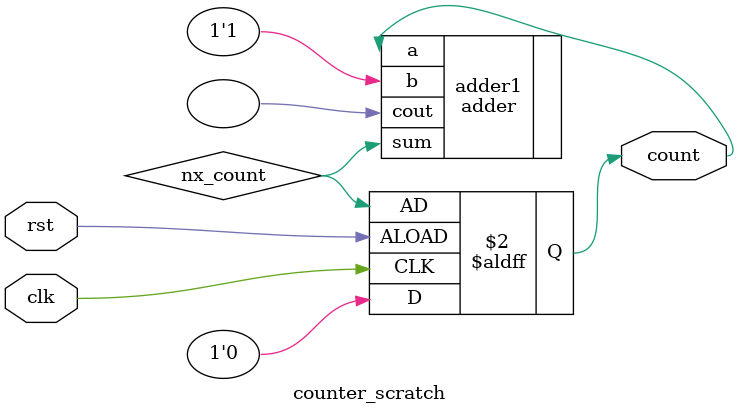
<source format=v>
module counter_scratch#(
    //parameter
    parameter WIDTH = 1
)(
    //input
    input wire rst,
    input wire clk,
    //output
    output reg [0:WIDTH-1] count
);
wire [0:WIDTH-1] nx_count;
always @(posedge clk or negedge rst) begin
    if (rst) begin
        count <= 'd0;
    end
    else begin
        count <= nx_count;
    end
end

adder #(.WIDTH(WIDTH)) adder1(
    .a(count),
    .b({{(WIDTH-1){1'b0}}, 1'b1}),  // 5 in 3 bits, zero-extended to WIDTH,

    .sum(nx_count),
    .cout()
);

endmodule


</source>
